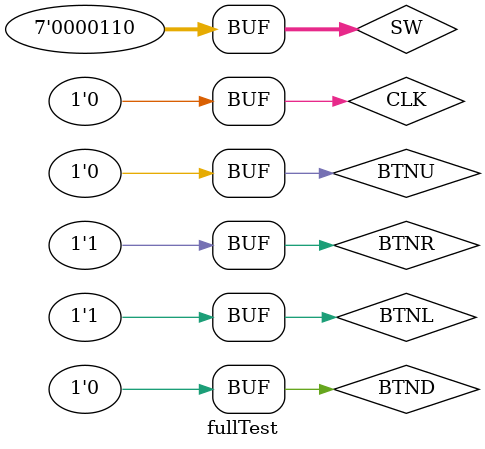
<source format=v>
`timescale 1ns / 1ps


module fullTest;

	// Inputs
	reg CLK;
	reg [6:0] SW;
	reg BTNU;
	reg BTND;
	reg BTNL;
	reg BTNR;

	// Outputs
	wire [7:0] LED;

	// Instantiate the Unit Under Test (UUT)
	lab2_top_module uut (
		.CLK(CLK), 
		.SW(SW), 
		.BTNU(BTNU), 
		.BTND(BTND), 
		.BTNL(BTNL), 
		.BTNR(BTNR), 
		.LED(LED)
	);

	initial begin
		// Initialize Inputs
		CLK = 0;
		SW = 0;
		BTNU = 0;
		BTND = 0;
		BTNL = 0;
		BTNR = 0;

		// Wait 100 ns for global reset to finish
		#100;
        
		// Add stimulus here
		BTNL=0;
		BTNR=0;
		CLK=~CLK;
		#10;
		SW=4;
		#10;
		CLK=~CLK;
		#10;
		BTNL = 1;
		#10;
		CLK=~CLK;
		#10;
		CLK=~CLK;
		#10;
		CLK=~CLK;
		#10;
		CLK=~CLK;
		#10;
		CLK=~CLK;
		#10;
		SW=6;
		#10;
		CLK=~CLK;
		#10;
		BTNR=1;
		#10;
		CLK=~CLK;
		#10;
		CLK=~CLK;
		#10;
		CLK=~CLK;
		#10;
		CLK=~CLK;
		#10;
		
	end
      
endmodule


</source>
